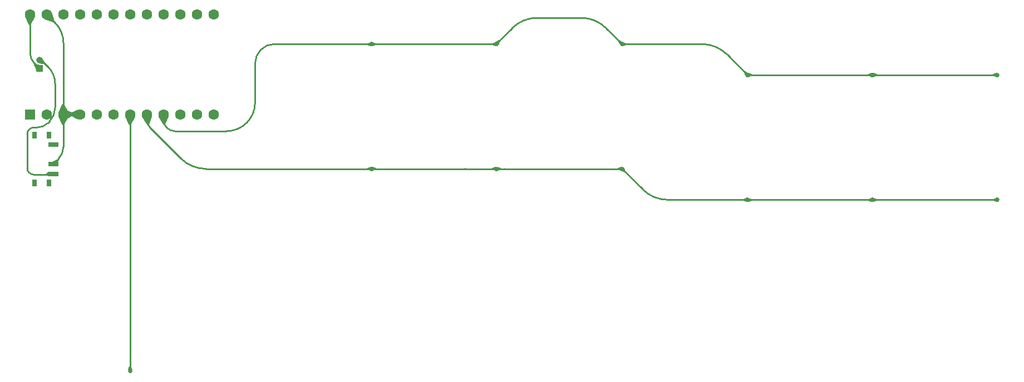
<source format=gbr>
%TF.GenerationSoftware,KiCad,Pcbnew,8.0.0*%
%TF.CreationDate,2024-03-11T23:34:34-04:00*%
%TF.ProjectId,Kiwi MKIII Right,4b697769-204d-44b4-9949-492052696768,rev?*%
%TF.SameCoordinates,Original*%
%TF.FileFunction,Copper,L1,Top*%
%TF.FilePolarity,Positive*%
%FSLAX46Y46*%
G04 Gerber Fmt 4.6, Leading zero omitted, Abs format (unit mm)*
G04 Created by KiCad (PCBNEW 8.0.0) date 2024-03-11 23:34:34*
%MOMM*%
%LPD*%
G01*
G04 APERTURE LIST*
%TA.AperFunction,SMDPad,CuDef*%
%ADD10R,0.800000X1.000000*%
%TD*%
%TA.AperFunction,SMDPad,CuDef*%
%ADD11R,1.500000X0.700000*%
%TD*%
%TA.AperFunction,ComponentPad*%
%ADD12R,1.600000X1.600000*%
%TD*%
%TA.AperFunction,ComponentPad*%
%ADD13C,1.600000*%
%TD*%
%TA.AperFunction,ComponentPad*%
%ADD14R,1.000000X1.000000*%
%TD*%
%TA.AperFunction,ComponentPad*%
%ADD15O,1.000000X1.000000*%
%TD*%
%TA.AperFunction,ViaPad*%
%ADD16C,0.685800*%
%TD*%
%TA.AperFunction,Conductor*%
%ADD17C,0.250000*%
%TD*%
G04 APERTURE END LIST*
D10*
%TO.P,SW315,*%
%TO.N,*%
X59734293Y-137330200D03*
X57524293Y-137330200D03*
X59734293Y-144630200D03*
X57524293Y-144630200D03*
D11*
%TO.P,SW315,1,A*%
%TO.N,unconnected-(SW315-A-Pad1)*%
X60384293Y-138730200D03*
%TO.P,SW315,2,B*%
%TO.N,GND3*%
X60384293Y-141730200D03*
%TO.P,SW315,3,C*%
%TO.N,Net-(BT301--)*%
X60384293Y-143230200D03*
%TD*%
D12*
%TO.P,U301,1,TX*%
%TO.N,unconnected-(U301-TX-Pad1)*%
X56859300Y-134162700D03*
D13*
%TO.P,U301,2,RX*%
%TO.N,unconnected-(U301-RX-Pad2)*%
X59399300Y-134162700D03*
%TO.P,U301,3,GND*%
%TO.N,GND3*%
X61939300Y-134162700D03*
%TO.P,U301,4,GND*%
X64479300Y-134162700D03*
%TO.P,U301,5,SDA*%
%TO.N,unconnected-(U301-SDA-Pad5)*%
X67019300Y-134162700D03*
%TO.P,U301,6,SCL*%
%TO.N,unconnected-(U301-SCL-Pad6)*%
X69559300Y-134162700D03*
%TO.P,U301,7,D4*%
%TO.N,Row 5*%
X72099300Y-134162700D03*
%TO.P,U301,8,C6*%
%TO.N,Row 4*%
X74639300Y-134162700D03*
%TO.P,U301,9,D7*%
%TO.N,Row 3*%
X77179300Y-134162700D03*
%TO.P,U301,10,E6*%
%TO.N,unconnected-(U301-E6-Pad10)*%
X79719300Y-134162700D03*
%TO.P,U301,11,B4*%
%TO.N,unconnected-(U301-B4-Pad11)*%
X82259300Y-134162700D03*
%TO.P,U301,12,B5*%
%TO.N,unconnected-(U301-B5-Pad12)*%
X84799300Y-134162700D03*
%TO.P,U301,13,B6*%
%TO.N,COLUMN 11*%
X84799300Y-118922700D03*
%TO.P,U301,14,B2*%
%TO.N,COLUMN 10*%
X82259300Y-118922700D03*
%TO.P,U301,15,B3*%
%TO.N,COLUMN 9*%
X79719300Y-118922700D03*
%TO.P,U301,16,B1*%
%TO.N,COLUMN 8*%
X77179300Y-118922700D03*
%TO.P,U301,17,F7*%
%TO.N,COLUMN 7*%
X74639300Y-118922700D03*
%TO.P,U301,18,F6*%
%TO.N,COLUMN 6*%
X72099300Y-118922700D03*
%TO.P,U301,19,F5*%
%TO.N,unconnected-(U301-F5-Pad19)*%
X69559300Y-118922700D03*
%TO.P,U301,20,F4*%
%TO.N,unconnected-(U301-F4-Pad20)*%
X67019300Y-118922700D03*
%TO.P,U301,21,VCC*%
%TO.N,unconnected-(U301-VCC-Pad21)*%
X64479300Y-118922700D03*
%TO.P,U301,22,RST*%
%TO.N,unconnected-(U301-RST-Pad22)*%
X61939300Y-118922700D03*
%TO.P,U301,23,GND*%
%TO.N,GND3*%
X59399300Y-118922700D03*
%TO.P,U301,24,RAW*%
%TO.N,Net-(BT301-+)*%
X56859300Y-118922700D03*
%TD*%
D14*
%TO.P,BT301,1,+*%
%TO.N,Net-(BT301-+)*%
X58279293Y-127167700D03*
D15*
%TO.P,BT301,2,-*%
%TO.N,Net-(BT301--)*%
X58279293Y-125897700D03*
%TD*%
D16*
%TO.N,Row 3*%
X204029300Y-128155200D03*
X108829300Y-123442700D03*
X146929300Y-123442700D03*
X166029300Y-128155200D03*
X127829300Y-123442700D03*
X185029300Y-128155200D03*
%TO.N,Row 4*%
X185029300Y-147155200D03*
X127829300Y-142441993D03*
X146929300Y-142442700D03*
X166029300Y-147155200D03*
X108829300Y-142442700D03*
X204029300Y-147155200D03*
%TO.N,Row 5*%
X72099300Y-173172700D03*
%TD*%
D17*
%TO.N,Net-(BT301--)*%
X59793172Y-135256579D02*
X59570938Y-135478814D01*
X60346793Y-143267700D02*
X60384293Y-143230200D01*
X57453564Y-136142700D02*
X57968176Y-136142700D01*
X60679293Y-129504128D02*
X60679293Y-133117297D01*
X58410550Y-125855200D02*
X58279300Y-125855200D01*
X58634607Y-125948007D02*
X59610546Y-126923946D01*
X57389547Y-143305200D02*
X60256259Y-143305200D01*
X56429300Y-137166964D02*
X56429300Y-142344952D01*
X60679293Y-133117297D02*
G75*
G02*
X59793172Y-135256579I-3025393J-3D01*
G01*
X58634607Y-125948007D02*
G75*
G03*
X58410550Y-125855246I-224007J-224093D01*
G01*
X59610546Y-126923946D02*
G75*
G02*
X60679283Y-129504128I-2580146J-2580154D01*
G01*
X57453564Y-136142700D02*
G75*
G03*
X56729311Y-136442711I36J-1024300D01*
G01*
X56710550Y-143023950D02*
G75*
G03*
X57389547Y-143305180I678950J678950D01*
G01*
X56429300Y-142344952D02*
G75*
G03*
X56710536Y-143023964I960200J-48D01*
G01*
X60346793Y-143267700D02*
G75*
G02*
X60256259Y-143305181I-90493J90500D01*
G01*
X59570938Y-135478814D02*
G75*
G02*
X57968176Y-136142667I-1602738J1602814D01*
G01*
X56729301Y-136442701D02*
G75*
G03*
X56429286Y-137166964I724299J-724299D01*
G01*
%TO.N,Net-(BT301-+)*%
X56859300Y-124743615D02*
X56859300Y-118922700D01*
X58279300Y-127355203D02*
X58279300Y-127542700D01*
X57569300Y-126457707D02*
X58146719Y-127035126D01*
X58146718Y-127035127D02*
G75*
G02*
X58279284Y-127355203I-320118J-320073D01*
G01*
X56859300Y-124743615D02*
G75*
G03*
X57569306Y-126457701I2424100J15D01*
G01*
%TO.N,GND3*%
X61939300Y-134162700D02*
X61939300Y-139075637D01*
X60059296Y-141730200D02*
X59734300Y-141730200D01*
X61939300Y-134162700D02*
X61939300Y-123258751D01*
X60669300Y-120192700D02*
X59399300Y-118922700D01*
X61161796Y-140952696D02*
X60614100Y-141500392D01*
X61939300Y-134162700D02*
X64479300Y-134162700D01*
X60614100Y-141500392D02*
G75*
G02*
X60059296Y-141730200I-554800J554792D01*
G01*
X61939300Y-139075637D02*
G75*
G02*
X61161786Y-140952686I-2654600J37D01*
G01*
X60669300Y-120192700D02*
G75*
G02*
X61939320Y-123258751I-3066100J-3066100D01*
G01*
%TO.N,Row 3*%
X204029300Y-128155200D02*
X185029300Y-128155200D01*
X108829300Y-123442700D02*
X94035523Y-123442700D01*
X91099300Y-132366648D02*
X91099300Y-126378923D01*
X166029300Y-128155200D02*
X162910592Y-125036492D01*
X144523073Y-121036473D02*
X146929300Y-123442700D01*
X108829300Y-123442700D02*
X108779300Y-123392700D01*
X127829300Y-123417687D02*
X127829300Y-123442700D01*
X140675317Y-119442681D02*
X134033256Y-119442681D01*
X77179300Y-134995593D02*
X77179300Y-134162700D01*
X185029300Y-128155200D02*
X166029300Y-128155200D01*
X146929300Y-123442700D02*
X159062836Y-123442700D01*
X78886406Y-136702700D02*
X86763248Y-136702700D01*
X108829300Y-123442700D02*
X127829300Y-123442700D01*
X127846986Y-123374987D02*
X130185500Y-121036473D01*
X162910591Y-125036493D02*
G75*
G03*
X159062836Y-123442690I-3847791J-3847807D01*
G01*
X94035523Y-123442700D02*
G75*
G03*
X91959293Y-124302693I-23J-2936200D01*
G01*
X77679300Y-136202700D02*
G75*
G03*
X78886406Y-136702697I1207100J1207100D01*
G01*
X91099300Y-132366648D02*
G75*
G02*
X89829286Y-135432686I-4336100J48D01*
G01*
X144523073Y-121036473D02*
G75*
G03*
X140675317Y-119442660I-3847773J-3847727D01*
G01*
X77179300Y-134995593D02*
G75*
G03*
X77679298Y-136202702I1707100J-7D01*
G01*
X89829300Y-135432700D02*
G75*
G02*
X86763248Y-136702720I-3066100J3066100D01*
G01*
X127846986Y-123374987D02*
G75*
G03*
X127829294Y-123417687I42714J-42713D01*
G01*
X134033256Y-119442681D02*
G75*
G03*
X130185529Y-121036502I44J-5441519D01*
G01*
X91959300Y-124302700D02*
G75*
G03*
X91099310Y-126378923I2076200J-2076200D01*
G01*
%TO.N,Row 4*%
X123068006Y-142441993D02*
X127829300Y-142441993D01*
X108829300Y-142442700D02*
X83633263Y-142442700D01*
X129028800Y-142441993D02*
X127829300Y-142441993D01*
X146929300Y-142442700D02*
X129030506Y-142442700D01*
X153895763Y-147155200D02*
X166029300Y-147155200D01*
X185029300Y-147155200D02*
X166029300Y-147155200D01*
X75183772Y-136247172D02*
X79785507Y-140848907D01*
X74639300Y-134932700D02*
X74639300Y-134162700D01*
X204029300Y-147155200D02*
X185029300Y-147155200D01*
X150048007Y-145561407D02*
X146929300Y-142442700D01*
X108829300Y-142442700D02*
X123066300Y-142442700D01*
X129029653Y-142442346D02*
G75*
G03*
X129028800Y-142441993I-853J-854D01*
G01*
X129029653Y-142442346D02*
G75*
G03*
X129030506Y-142442697I847J846D01*
G01*
X123067153Y-142442346D02*
G75*
G02*
X123066300Y-142442701I-853J846D01*
G01*
X123068006Y-142441993D02*
G75*
G03*
X123067150Y-142442343I-6J-1207D01*
G01*
X150048008Y-145561406D02*
G75*
G03*
X153895763Y-147155210I3847792J3847806D01*
G01*
X79785508Y-140848906D02*
G75*
G03*
X83633263Y-142442710I3847792J3847806D01*
G01*
X74639300Y-134932700D02*
G75*
G03*
X75183781Y-136247163I1858900J0D01*
G01*
%TO.N,Row 5*%
X72099300Y-173172700D02*
X72099300Y-134162700D01*
%TD*%
%TA.AperFunction,Conductor*%
%TO.N,Row 4*%
G36*
X185707224Y-147027476D02*
G01*
X185713923Y-147033418D01*
X185715100Y-147038533D01*
X185715100Y-147271866D01*
X185711673Y-147280139D01*
X185707224Y-147282923D01*
X185170909Y-147468405D01*
X185161970Y-147467871D01*
X185156288Y-147461854D01*
X185030179Y-147159704D01*
X185030156Y-147150752D01*
X185156289Y-146848543D01*
X185162637Y-146842230D01*
X185170908Y-146841994D01*
X185707224Y-147027476D01*
G37*
%TD.AperFunction*%
%TD*%
%TA.AperFunction,Conductor*%
%TO.N,Row 4*%
G36*
X75368088Y-134464563D02*
G01*
X75374414Y-134470900D01*
X75374603Y-134479349D01*
X74938495Y-135684432D01*
X74932457Y-135691046D01*
X74931970Y-135691260D01*
X74715006Y-135781130D01*
X74706052Y-135781130D01*
X74700550Y-135776429D01*
X74644240Y-135684432D01*
X73907333Y-134480508D01*
X73905938Y-134471665D01*
X73911205Y-134464423D01*
X73912815Y-134463601D01*
X74634431Y-134163641D01*
X74643382Y-134163631D01*
X75368088Y-134464563D01*
G37*
%TD.AperFunction*%
%TD*%
%TA.AperFunction,Conductor*%
%TO.N,GND3*%
G36*
X60135998Y-118621254D02*
G01*
X60142323Y-118627593D01*
X60142527Y-118628126D01*
X60510795Y-119661804D01*
X60616575Y-119958712D01*
X60616124Y-119967656D01*
X60613827Y-119970912D01*
X60447512Y-120137227D01*
X60439239Y-120140654D01*
X60435313Y-120139975D01*
X59104730Y-119665928D01*
X59098088Y-119659925D01*
X59097637Y-119650981D01*
X59097836Y-119650460D01*
X59396738Y-118926485D01*
X59403062Y-118920148D01*
X59403064Y-118920146D01*
X60127044Y-118621243D01*
X60135998Y-118621254D01*
G37*
%TD.AperFunction*%
%TD*%
%TA.AperFunction,Conductor*%
%TO.N,Row 3*%
G36*
X109507224Y-123314976D02*
G01*
X109513923Y-123320918D01*
X109515100Y-123326033D01*
X109515100Y-123559366D01*
X109511673Y-123567639D01*
X109507224Y-123570423D01*
X108970909Y-123755905D01*
X108961970Y-123755371D01*
X108956288Y-123749354D01*
X108830179Y-123447204D01*
X108830156Y-123438252D01*
X108956289Y-123136043D01*
X108962637Y-123129730D01*
X108970908Y-123129494D01*
X109507224Y-123314976D01*
G37*
%TD.AperFunction*%
%TD*%
%TA.AperFunction,Conductor*%
%TO.N,Net-(BT301-+)*%
G36*
X57564278Y-126270352D02*
G01*
X57733474Y-126343223D01*
X57738473Y-126347321D01*
X57751106Y-126365624D01*
X57751107Y-126365625D01*
X57751110Y-126365629D01*
X57878441Y-126478434D01*
X57953754Y-126517962D01*
X58029067Y-126557490D01*
X58111652Y-126577845D01*
X58194237Y-126598200D01*
X58245868Y-126598200D01*
X58249748Y-126598862D01*
X58260291Y-126602570D01*
X58371456Y-126618435D01*
X58374419Y-126619268D01*
X58476282Y-126663139D01*
X58482525Y-126669559D01*
X58482467Y-126678354D01*
X58281760Y-127163993D01*
X58275433Y-127170330D01*
X58275396Y-127170345D01*
X57789856Y-127369993D01*
X57780902Y-127369970D01*
X57774696Y-127363881D01*
X57363331Y-126428230D01*
X57363139Y-126419277D01*
X57366919Y-126414240D01*
X57552529Y-126271817D01*
X57561178Y-126269499D01*
X57564278Y-126270352D01*
G37*
%TD.AperFunction*%
%TD*%
%TA.AperFunction,Conductor*%
%TO.N,Row 3*%
G36*
X147607224Y-123314976D02*
G01*
X147613923Y-123320918D01*
X147615100Y-123326033D01*
X147615100Y-123559366D01*
X147611673Y-123567639D01*
X147607224Y-123570423D01*
X147070909Y-123755905D01*
X147061970Y-123755371D01*
X147056288Y-123749354D01*
X146930179Y-123447204D01*
X146930156Y-123438252D01*
X147056289Y-123136043D01*
X147062637Y-123129730D01*
X147070908Y-123129494D01*
X147607224Y-123314976D01*
G37*
%TD.AperFunction*%
%TD*%
%TA.AperFunction,Conductor*%
%TO.N,Row 3*%
G36*
X146540246Y-122873019D02*
G01*
X146985677Y-123089523D01*
X147050636Y-123121097D01*
X147056578Y-123127796D01*
X147056342Y-123136068D01*
X146931863Y-123438890D01*
X146925548Y-123445239D01*
X146925490Y-123445263D01*
X146622668Y-123569742D01*
X146613714Y-123569718D01*
X146607697Y-123564036D01*
X146576123Y-123499077D01*
X146359619Y-123053647D01*
X146359086Y-123044711D01*
X146361868Y-123040264D01*
X146526863Y-122875269D01*
X146535135Y-122871843D01*
X146540246Y-122873019D01*
G37*
%TD.AperFunction*%
%TD*%
%TA.AperFunction,Conductor*%
%TO.N,GND3*%
G36*
X62595990Y-134434598D02*
G01*
X62667053Y-134464130D01*
X62673378Y-134470469D01*
X62673367Y-134479424D01*
X62673133Y-134479951D01*
X62067472Y-135756017D01*
X62060829Y-135762021D01*
X62056902Y-135762700D01*
X61821698Y-135762700D01*
X61813425Y-135759273D01*
X61811128Y-135756017D01*
X61205466Y-134479951D01*
X61205015Y-134471007D01*
X61211019Y-134464364D01*
X61211534Y-134464134D01*
X61934812Y-134163564D01*
X61943761Y-134163554D01*
X62595990Y-134434598D01*
G37*
%TD.AperFunction*%
%TD*%
%TA.AperFunction,Conductor*%
%TO.N,Row 4*%
G36*
X109507224Y-142314976D02*
G01*
X109513923Y-142320918D01*
X109515100Y-142326033D01*
X109515100Y-142559366D01*
X109511673Y-142567639D01*
X109507224Y-142570423D01*
X108970909Y-142755905D01*
X108961970Y-142755371D01*
X108956288Y-142749354D01*
X108830179Y-142447204D01*
X108830156Y-142438252D01*
X108956289Y-142136043D01*
X108962637Y-142129730D01*
X108970908Y-142129494D01*
X109507224Y-142314976D01*
G37*
%TD.AperFunction*%
%TD*%
%TA.AperFunction,Conductor*%
%TO.N,Net-(BT301-+)*%
G36*
X57515990Y-119194598D02*
G01*
X57587053Y-119224130D01*
X57593378Y-119230469D01*
X57593367Y-119239424D01*
X57593133Y-119239951D01*
X56987472Y-120516017D01*
X56980829Y-120522021D01*
X56976902Y-120522700D01*
X56741698Y-120522700D01*
X56733425Y-120519273D01*
X56731128Y-120516017D01*
X56125466Y-119239951D01*
X56125015Y-119231007D01*
X56131019Y-119224364D01*
X56131534Y-119224134D01*
X56854812Y-118923564D01*
X56863761Y-118923554D01*
X57515990Y-119194598D01*
G37*
%TD.AperFunction*%
%TD*%
%TA.AperFunction,Conductor*%
%TO.N,Row 3*%
G36*
X203896629Y-127842528D02*
G01*
X203902311Y-127848545D01*
X204028419Y-128150694D01*
X204028443Y-128159648D01*
X204028419Y-128159706D01*
X203902311Y-128461854D01*
X203895962Y-128468169D01*
X203887690Y-128468405D01*
X203351376Y-128282923D01*
X203344677Y-128276981D01*
X203343500Y-128271866D01*
X203343500Y-128038533D01*
X203346927Y-128030260D01*
X203351376Y-128027476D01*
X203887691Y-127841994D01*
X203896629Y-127842528D01*
G37*
%TD.AperFunction*%
%TD*%
%TA.AperFunction,Conductor*%
%TO.N,Row 3*%
G36*
X77828964Y-134431715D02*
G01*
X77907772Y-134464433D01*
X77914099Y-134470770D01*
X77914163Y-134479549D01*
X77450421Y-135649854D01*
X77444856Y-135655969D01*
X77235732Y-135762523D01*
X77226805Y-135763225D01*
X77220411Y-135758155D01*
X76447238Y-134480485D01*
X76445888Y-134471634D01*
X76451192Y-134464419D01*
X76452754Y-134463626D01*
X77174360Y-134163673D01*
X77183313Y-134163663D01*
X77828964Y-134431715D01*
G37*
%TD.AperFunction*%
%TD*%
%TA.AperFunction,Conductor*%
%TO.N,Row 3*%
G36*
X108696629Y-123130028D02*
G01*
X108702311Y-123136045D01*
X108828419Y-123438194D01*
X108828443Y-123447148D01*
X108828419Y-123447206D01*
X108702311Y-123749354D01*
X108695962Y-123755669D01*
X108687690Y-123755905D01*
X108151376Y-123570423D01*
X108144677Y-123564481D01*
X108143500Y-123559366D01*
X108143500Y-123326033D01*
X108146927Y-123317760D01*
X108151376Y-123314976D01*
X108687691Y-123129494D01*
X108696629Y-123130028D01*
G37*
%TD.AperFunction*%
%TD*%
%TA.AperFunction,Conductor*%
%TO.N,Row 4*%
G36*
X165896629Y-146842528D02*
G01*
X165902311Y-146848545D01*
X166028419Y-147150694D01*
X166028443Y-147159648D01*
X166028419Y-147159706D01*
X165902311Y-147461854D01*
X165895962Y-147468169D01*
X165887690Y-147468405D01*
X165351376Y-147282923D01*
X165344677Y-147276981D01*
X165343500Y-147271866D01*
X165343500Y-147038533D01*
X165346927Y-147030260D01*
X165351376Y-147027476D01*
X165887691Y-146841994D01*
X165896629Y-146842528D01*
G37*
%TD.AperFunction*%
%TD*%
%TA.AperFunction,Conductor*%
%TO.N,Row 3*%
G36*
X166707224Y-128027476D02*
G01*
X166713923Y-128033418D01*
X166715100Y-128038533D01*
X166715100Y-128271866D01*
X166711673Y-128280139D01*
X166707224Y-128282923D01*
X166170909Y-128468405D01*
X166161970Y-128467871D01*
X166156288Y-128461854D01*
X166030179Y-128159704D01*
X166030156Y-128150752D01*
X166156289Y-127848543D01*
X166162637Y-127842230D01*
X166170908Y-127841994D01*
X166707224Y-128027476D01*
G37*
%TD.AperFunction*%
%TD*%
%TA.AperFunction,Conductor*%
%TO.N,Row 3*%
G36*
X127696629Y-123130028D02*
G01*
X127702311Y-123136045D01*
X127828419Y-123438194D01*
X127828443Y-123447148D01*
X127828419Y-123447206D01*
X127702311Y-123749354D01*
X127695962Y-123755669D01*
X127687690Y-123755905D01*
X127151376Y-123570423D01*
X127144677Y-123564481D01*
X127143500Y-123559366D01*
X127143500Y-123326033D01*
X127146927Y-123317760D01*
X127151376Y-123314976D01*
X127687691Y-123129494D01*
X127696629Y-123130028D01*
G37*
%TD.AperFunction*%
%TD*%
%TA.AperFunction,Conductor*%
%TO.N,Row 4*%
G36*
X128507224Y-142314269D02*
G01*
X128513923Y-142320211D01*
X128515100Y-142325326D01*
X128515100Y-142558659D01*
X128511673Y-142566932D01*
X128507224Y-142569716D01*
X127970909Y-142755198D01*
X127961970Y-142754664D01*
X127956288Y-142748647D01*
X127830179Y-142446497D01*
X127830156Y-142437545D01*
X127956289Y-142135336D01*
X127962637Y-142129023D01*
X127970908Y-142128787D01*
X128507224Y-142314269D01*
G37*
%TD.AperFunction*%
%TD*%
%TA.AperFunction,Conductor*%
%TO.N,GND3*%
G36*
X64177635Y-133434419D02*
G01*
X64177869Y-133434946D01*
X64478434Y-134158210D01*
X64478444Y-134167163D01*
X64478435Y-134167185D01*
X64478434Y-134167190D01*
X64177869Y-134890453D01*
X64171530Y-134896778D01*
X64162575Y-134896767D01*
X64162048Y-134896533D01*
X62885983Y-134290871D01*
X62879979Y-134284228D01*
X62879300Y-134280301D01*
X62879300Y-134045098D01*
X62882727Y-134036825D01*
X62885983Y-134034528D01*
X64162049Y-133428865D01*
X64170992Y-133428415D01*
X64177635Y-133434419D01*
G37*
%TD.AperFunction*%
%TD*%
%TA.AperFunction,Conductor*%
%TO.N,Row 5*%
G36*
X72755990Y-134434598D02*
G01*
X72827053Y-134464130D01*
X72833378Y-134470469D01*
X72833367Y-134479424D01*
X72833133Y-134479951D01*
X72227472Y-135756017D01*
X72220829Y-135762021D01*
X72216902Y-135762700D01*
X71981698Y-135762700D01*
X71973425Y-135759273D01*
X71971128Y-135756017D01*
X71365466Y-134479951D01*
X71365015Y-134471007D01*
X71371019Y-134464364D01*
X71371534Y-134464134D01*
X72094812Y-134163564D01*
X72103761Y-134163554D01*
X72755990Y-134434598D01*
G37*
%TD.AperFunction*%
%TD*%
%TA.AperFunction,Conductor*%
%TO.N,Net-(BT301--)*%
G36*
X58639609Y-125553924D02*
G01*
X58640852Y-125555397D01*
X59183146Y-126317446D01*
X59185150Y-126326174D01*
X59181886Y-126332503D01*
X59016243Y-126498146D01*
X59007970Y-126501573D01*
X59006317Y-126501456D01*
X58862799Y-126480973D01*
X58857956Y-126479121D01*
X58857525Y-126478833D01*
X58828282Y-126473016D01*
X58799041Y-126467200D01*
X58799040Y-126467200D01*
X58767113Y-126467200D01*
X58765460Y-126467083D01*
X58289325Y-126399131D01*
X58281619Y-126394569D01*
X58279278Y-126387567D01*
X58278592Y-125901860D01*
X58282006Y-125893586D01*
X58623063Y-125553890D01*
X58631342Y-125550481D01*
X58639609Y-125553924D01*
G37*
%TD.AperFunction*%
%TD*%
%TA.AperFunction,Conductor*%
%TO.N,Row 4*%
G36*
X108696629Y-142130028D02*
G01*
X108702311Y-142136045D01*
X108828419Y-142438194D01*
X108828443Y-142447148D01*
X108828419Y-142447206D01*
X108702311Y-142749354D01*
X108695962Y-142755669D01*
X108687690Y-142755905D01*
X108151376Y-142570423D01*
X108144677Y-142564481D01*
X108143500Y-142559366D01*
X108143500Y-142326033D01*
X108146927Y-142317760D01*
X108151376Y-142314976D01*
X108687691Y-142129494D01*
X108696629Y-142130028D01*
G37*
%TD.AperFunction*%
%TD*%
%TA.AperFunction,Conductor*%
%TO.N,GND3*%
G36*
X60899422Y-141050356D02*
G01*
X61068479Y-141219413D01*
X61071058Y-141223312D01*
X61130148Y-141369918D01*
X61130062Y-141378873D01*
X61124248Y-141384892D01*
X60394693Y-141725717D01*
X60385747Y-141726114D01*
X60379141Y-141720069D01*
X60378930Y-141719589D01*
X60243410Y-141390145D01*
X60243432Y-141381191D01*
X60248883Y-141375288D01*
X60885804Y-141048220D01*
X60894729Y-141047490D01*
X60899422Y-141050356D01*
G37*
%TD.AperFunction*%
%TD*%
%TA.AperFunction,Conductor*%
%TO.N,Row 4*%
G36*
X127696629Y-142129321D02*
G01*
X127702311Y-142135338D01*
X127828419Y-142437487D01*
X127828443Y-142446441D01*
X127828419Y-142446499D01*
X127702311Y-142748647D01*
X127695962Y-142754962D01*
X127687690Y-142755198D01*
X127151376Y-142569716D01*
X127144677Y-142563774D01*
X127143500Y-142558659D01*
X127143500Y-142325326D01*
X127146927Y-142317053D01*
X127151376Y-142314269D01*
X127687691Y-142128787D01*
X127696629Y-142129321D01*
G37*
%TD.AperFunction*%
%TD*%
%TA.AperFunction,Conductor*%
%TO.N,Row 4*%
G36*
X184896629Y-146842528D02*
G01*
X184902311Y-146848545D01*
X185028419Y-147150694D01*
X185028443Y-147159648D01*
X185028419Y-147159706D01*
X184902311Y-147461854D01*
X184895962Y-147468169D01*
X184887690Y-147468405D01*
X184351376Y-147282923D01*
X184344677Y-147276981D01*
X184343500Y-147271866D01*
X184343500Y-147038533D01*
X184346927Y-147030260D01*
X184351376Y-147027476D01*
X184887691Y-146841994D01*
X184896629Y-146842528D01*
G37*
%TD.AperFunction*%
%TD*%
%TA.AperFunction,Conductor*%
%TO.N,Net-(BT301--)*%
G36*
X59640222Y-142932911D02*
G01*
X60360144Y-143220165D01*
X60366558Y-143226414D01*
X60366675Y-143235368D01*
X60360750Y-143241637D01*
X59639035Y-143577990D01*
X59630089Y-143578379D01*
X59629484Y-143578139D01*
X59291384Y-143433239D01*
X59285130Y-143426830D01*
X59284293Y-143422485D01*
X59284293Y-143186225D01*
X59287720Y-143177952D01*
X59289194Y-143176703D01*
X59629095Y-142934253D01*
X59637818Y-142932239D01*
X59640222Y-142932911D01*
G37*
%TD.AperFunction*%
%TD*%
%TA.AperFunction,Conductor*%
%TO.N,GND3*%
G36*
X62065175Y-132566127D02*
G01*
X62067472Y-132569383D01*
X62673133Y-133845448D01*
X62673584Y-133854392D01*
X62667580Y-133861035D01*
X62667053Y-133861269D01*
X61943790Y-134161834D01*
X61934836Y-134161844D01*
X61934810Y-134161834D01*
X61211546Y-133861269D01*
X61205221Y-133854930D01*
X61205232Y-133845975D01*
X61205454Y-133845473D01*
X61811128Y-132569382D01*
X61817771Y-132563379D01*
X61821698Y-132562700D01*
X62056902Y-132562700D01*
X62065175Y-132566127D01*
G37*
%TD.AperFunction*%
%TD*%
%TA.AperFunction,Conductor*%
%TO.N,Row 3*%
G36*
X184896629Y-127842528D02*
G01*
X184902311Y-127848545D01*
X185028419Y-128150694D01*
X185028443Y-128159648D01*
X185028419Y-128159706D01*
X184902311Y-128461854D01*
X184895962Y-128468169D01*
X184887690Y-128468405D01*
X184351376Y-128282923D01*
X184344677Y-128276981D01*
X184343500Y-128271866D01*
X184343500Y-128038533D01*
X184346927Y-128030260D01*
X184351376Y-128027476D01*
X184887691Y-127841994D01*
X184896629Y-127842528D01*
G37*
%TD.AperFunction*%
%TD*%
%TA.AperFunction,Conductor*%
%TO.N,Row 5*%
G36*
X72224240Y-172490327D02*
G01*
X72227024Y-172494776D01*
X72412505Y-173031090D01*
X72411971Y-173040029D01*
X72405954Y-173045711D01*
X72103806Y-173171819D01*
X72094852Y-173171843D01*
X72094794Y-173171819D01*
X71792645Y-173045711D01*
X71786330Y-173039362D01*
X71786094Y-173031091D01*
X71971576Y-172494775D01*
X71977518Y-172488077D01*
X71982633Y-172486900D01*
X72215967Y-172486900D01*
X72224240Y-172490327D01*
G37*
%TD.AperFunction*%
%TD*%
%TA.AperFunction,Conductor*%
%TO.N,GND3*%
G36*
X62256024Y-133428632D02*
G01*
X62256540Y-133428861D01*
X63532617Y-134034528D01*
X63538621Y-134041171D01*
X63539300Y-134045098D01*
X63539300Y-134280301D01*
X63535873Y-134288574D01*
X63532617Y-134290871D01*
X62256551Y-134896533D01*
X62247607Y-134896984D01*
X62240964Y-134890980D01*
X62240730Y-134890453D01*
X62211198Y-134819390D01*
X61940164Y-134167187D01*
X61940154Y-134158238D01*
X62240730Y-133434945D01*
X62247069Y-133428621D01*
X62256024Y-133428632D01*
G37*
%TD.AperFunction*%
%TD*%
%TA.AperFunction,Conductor*%
%TO.N,Row 4*%
G36*
X203896629Y-146842528D02*
G01*
X203902311Y-146848545D01*
X204028419Y-147150694D01*
X204028443Y-147159648D01*
X204028419Y-147159706D01*
X203902311Y-147461854D01*
X203895962Y-147468169D01*
X203887690Y-147468405D01*
X203351376Y-147282923D01*
X203344677Y-147276981D01*
X203343500Y-147271866D01*
X203343500Y-147038533D01*
X203346927Y-147030260D01*
X203351376Y-147027476D01*
X203887691Y-146841994D01*
X203896629Y-146842528D01*
G37*
%TD.AperFunction*%
%TD*%
%TA.AperFunction,Conductor*%
%TO.N,Row 3*%
G36*
X165640246Y-127585519D02*
G01*
X166085677Y-127802023D01*
X166150636Y-127833597D01*
X166156578Y-127840296D01*
X166156342Y-127848568D01*
X166031863Y-128151390D01*
X166025548Y-128157739D01*
X166025490Y-128157763D01*
X165722668Y-128282242D01*
X165713714Y-128282218D01*
X165707697Y-128276536D01*
X165676123Y-128211577D01*
X165459619Y-127766147D01*
X165459086Y-127757211D01*
X165461868Y-127752764D01*
X165626863Y-127587769D01*
X165635135Y-127584343D01*
X165640246Y-127585519D01*
G37*
%TD.AperFunction*%
%TD*%
%TA.AperFunction,Conductor*%
%TO.N,Row 3*%
G36*
X128202096Y-122855580D02*
G01*
X128367108Y-123020592D01*
X128370535Y-123028865D01*
X128369647Y-123033336D01*
X128150559Y-123563133D01*
X128144231Y-123569469D01*
X128135299Y-123569483D01*
X128119851Y-123563133D01*
X128078784Y-123546251D01*
X127833109Y-123445263D01*
X127826760Y-123438948D01*
X127826736Y-123438890D01*
X127702033Y-123135524D01*
X127702057Y-123126570D01*
X127707171Y-123120849D01*
X128188141Y-122853625D01*
X128197037Y-122852603D01*
X128202096Y-122855580D01*
G37*
%TD.AperFunction*%
%TD*%
%TA.AperFunction,Conductor*%
%TO.N,Row 4*%
G36*
X166707224Y-147027476D02*
G01*
X166713923Y-147033418D01*
X166715100Y-147038533D01*
X166715100Y-147271866D01*
X166711673Y-147280139D01*
X166707224Y-147282923D01*
X166170909Y-147468405D01*
X166161970Y-147467871D01*
X166156288Y-147461854D01*
X166030179Y-147159704D01*
X166030156Y-147150752D01*
X166156289Y-146848543D01*
X166162637Y-146842230D01*
X166170908Y-146841994D01*
X166707224Y-147027476D01*
G37*
%TD.AperFunction*%
%TD*%
%TA.AperFunction,Conductor*%
%TO.N,Row 3*%
G36*
X185707224Y-128027476D02*
G01*
X185713923Y-128033418D01*
X185715100Y-128038533D01*
X185715100Y-128271866D01*
X185711673Y-128280139D01*
X185707224Y-128282923D01*
X185170909Y-128468405D01*
X185161970Y-128467871D01*
X185156288Y-128461854D01*
X185030179Y-128159704D01*
X185030156Y-128150752D01*
X185156289Y-127848543D01*
X185162637Y-127842230D01*
X185170908Y-127841994D01*
X185707224Y-128027476D01*
G37*
%TD.AperFunction*%
%TD*%
%TA.AperFunction,Conductor*%
%TO.N,Row 4*%
G36*
X147244885Y-142315681D02*
G01*
X147250902Y-142321363D01*
X147395415Y-142618681D01*
X147462939Y-142757603D01*
X147498979Y-142831749D01*
X147499513Y-142840688D01*
X147496729Y-142845137D01*
X147331737Y-143010129D01*
X147323464Y-143013556D01*
X147318350Y-143012379D01*
X146946726Y-142831749D01*
X146807963Y-142764302D01*
X146802021Y-142757603D01*
X146802257Y-142749331D01*
X146926737Y-142446507D01*
X146933050Y-142440160D01*
X147235931Y-142315657D01*
X147244885Y-142315681D01*
G37*
%TD.AperFunction*%
%TD*%
%TA.AperFunction,Conductor*%
%TO.N,Row 4*%
G36*
X146796629Y-142130028D02*
G01*
X146802311Y-142136045D01*
X146928419Y-142438194D01*
X146928443Y-142447148D01*
X146928419Y-142447206D01*
X146802311Y-142749354D01*
X146795962Y-142755669D01*
X146787690Y-142755905D01*
X146251376Y-142570423D01*
X146244677Y-142564481D01*
X146243500Y-142559366D01*
X146243500Y-142326033D01*
X146246927Y-142317760D01*
X146251376Y-142314976D01*
X146787691Y-142129494D01*
X146796629Y-142130028D01*
G37*
%TD.AperFunction*%
%TD*%
M02*

</source>
